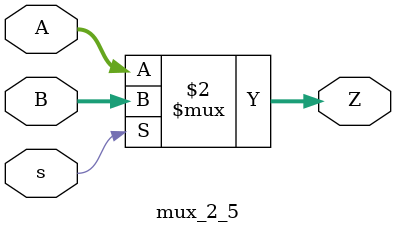
<source format=v>
`timescale 1ns / 1ps
module mux_2_5(A,B,Z,s);
input[4:0] A,B;
input s;
output[4:0] Z;
assign Z=(s==0)?A:B;
endmodule
</source>
